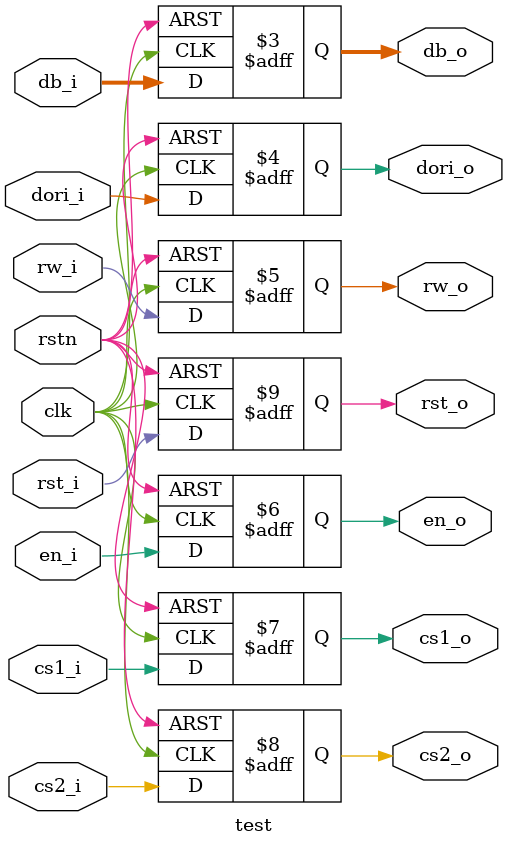
<source format=v>
module test(clk,rstn,db_o,dori_o,rw_o,en_o,cs1_o,cs2_o,rst_o,db_i,dori_i,rw_i,en_i,cs1_i,cs2_i,rst_i);

input clk,rstn;

output reg [7:0]db_o;
output reg dori_o;
output reg rw_o;
output reg en_o;
output reg cs1_o;
output reg cs2_o;
output reg rst_o;

input [7:0]db_i;
input dori_i;
input rw_i;
input en_i;
input cs1_i;
input cs2_i;
input rst_i;

always@(posedge clk or negedge rstn)begin
    if(!rstn)begin
        db_o<=0;
        dori_o<=0;
        rw_o<=0;
        en_o<=0;
        cs1_o<=0;
        cs2_o<=0;
        rst_o<=0;
    end
    else begin
        db_o<=db_i;
        dori_o<=dori_i;
        rw_o<=rw_i;
        en_o<=en_i;
        cs1_o<=cs1_i;
        cs2_o<=cs2_i;
        rst_o<=rst_i;
    end
end

endmodule
</source>
